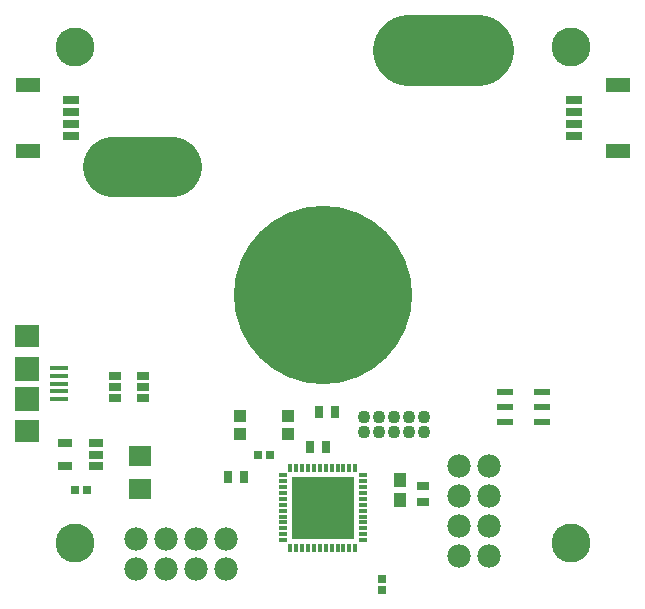
<source format=gbr>
G04 EAGLE Gerber RS-274X export*
G75*
%MOMM*%
%FSLAX34Y34*%
%LPD*%
%INSoldermask Bottom*%
%IPPOS*%
%AMOC8*
5,1,8,0,0,1.08239X$1,22.5*%
G01*
%ADD10C,3.301600*%
%ADD11C,5.117600*%
%ADD12C,6.017600*%
%ADD13C,15.101600*%
%ADD14R,2.101600X1.301600*%
%ADD15R,1.451600X0.701600*%
%ADD16R,1.501600X0.451600*%
%ADD17R,2.001600X1.901600*%
%ADD18R,2.001600X2.001600*%
%ADD19R,1.320800X0.508000*%
%ADD20R,5.251600X5.251600*%
%ADD21R,0.801600X0.351600*%
%ADD22R,0.351600X0.801600*%
%ADD23R,0.701600X0.801600*%
%ADD24R,0.801600X1.001600*%
%ADD25R,1.001600X0.801600*%
%ADD26R,1.101600X1.201600*%
%ADD27C,1.101600*%
%ADD28R,1.001600X1.101600*%
%ADD29R,0.801600X0.701600*%
%ADD30R,1.001600X0.701600*%
%ADD31R,1.901600X1.701600*%
%ADD32R,1.201600X0.701600*%
%ADD33C,1.981200*%


D10*
X60000Y60000D03*
X480000Y480000D03*
X60000Y480000D03*
X480000Y60000D03*
D11*
X142680Y378500D02*
X92520Y378500D01*
D12*
X342020Y477400D02*
X401180Y477400D01*
D13*
X270000Y270000D03*
D14*
X20250Y392000D03*
X20250Y448000D03*
D15*
X57000Y405000D03*
X57000Y415000D03*
X57000Y425000D03*
X57000Y435000D03*
D14*
X519750Y448000D03*
X519750Y392000D03*
D15*
X483000Y435000D03*
X483000Y425000D03*
X483000Y415000D03*
X483000Y405000D03*
D16*
X46500Y182000D03*
X46500Y208000D03*
X46500Y188500D03*
X46500Y195000D03*
X46500Y201500D03*
D17*
X20000Y155000D03*
X20000Y235000D03*
D18*
X20000Y182300D03*
X20000Y207700D03*
D19*
X456002Y187700D03*
X456002Y175000D03*
X456002Y162300D03*
X423998Y162300D03*
X423998Y175000D03*
X423998Y187700D03*
D20*
X270000Y90000D03*
D21*
X304000Y117500D03*
X304000Y112500D03*
X304000Y107500D03*
X304000Y102500D03*
X304000Y97500D03*
X304000Y92500D03*
X304000Y87500D03*
X304000Y82500D03*
X304000Y77500D03*
X304000Y72500D03*
X304000Y67500D03*
X304000Y62500D03*
D22*
X297500Y56000D03*
X292500Y56000D03*
X287500Y56000D03*
X282500Y56000D03*
X277500Y56000D03*
X272500Y56000D03*
X267500Y56000D03*
X262500Y56000D03*
X257500Y56000D03*
X252500Y56000D03*
X247500Y56000D03*
X242500Y56000D03*
D21*
X236000Y62500D03*
X236000Y67500D03*
X236000Y72500D03*
X236000Y77500D03*
X236000Y82500D03*
X236000Y87500D03*
X236000Y92500D03*
X236000Y97500D03*
X236000Y102500D03*
X236000Y107500D03*
X236000Y112500D03*
X236000Y117500D03*
D22*
X242500Y124000D03*
X247500Y124000D03*
X252500Y124000D03*
X257500Y124000D03*
X262500Y124000D03*
X267500Y124000D03*
X272500Y124000D03*
X277500Y124000D03*
X282500Y124000D03*
X287500Y124000D03*
X292500Y124000D03*
X297500Y124000D03*
D23*
X215000Y135000D03*
X225000Y135000D03*
D24*
X272500Y141000D03*
X259500Y141000D03*
X280000Y170650D03*
X267000Y170650D03*
D25*
X354650Y95000D03*
X354650Y108000D03*
D24*
X190000Y116350D03*
X203000Y116350D03*
D26*
X335000Y113500D03*
X335000Y96500D03*
D27*
X342700Y153650D03*
X330000Y153650D03*
X317300Y153650D03*
X304600Y153650D03*
X355400Y153650D03*
X342700Y166350D03*
X330000Y166350D03*
X317300Y166350D03*
X304600Y166350D03*
X355400Y166350D03*
D28*
X240500Y152000D03*
X240500Y168000D03*
X199500Y168000D03*
X199500Y152000D03*
D29*
X320000Y20000D03*
X320000Y30000D03*
D30*
X117500Y201500D03*
X117500Y192000D03*
X117500Y182500D03*
X94500Y182500D03*
X94500Y192000D03*
X94500Y201500D03*
D31*
X115000Y134000D03*
X115000Y106000D03*
D32*
X78000Y144500D03*
X78000Y135000D03*
X78000Y125500D03*
X52000Y125500D03*
X52000Y144500D03*
D23*
X70000Y105000D03*
X60000Y105000D03*
D33*
X385300Y125100D03*
X410700Y125100D03*
X385300Y99700D03*
X410700Y99700D03*
X385300Y74300D03*
X410700Y74300D03*
X385300Y48900D03*
X410700Y48900D03*
X111900Y38300D03*
X111900Y63700D03*
X137300Y38300D03*
X137300Y63700D03*
X162700Y38300D03*
X162700Y63700D03*
X188100Y38300D03*
X188100Y63700D03*
M02*

</source>
